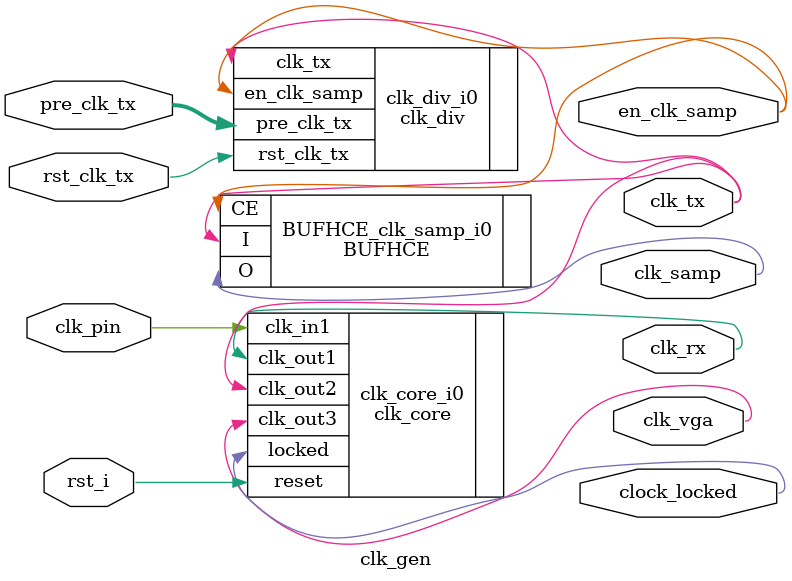
<source format=v>

`timescale 1ns/1ps


module clk_gen (
  input             clk_pin,         // Input clock pin - IBUFGDS is in core
  input             rst_i,           // Asynchronous input from IBUF

  input             rst_clk_tx,      // For clock divider
  
  input      [15:0] pre_clk_tx,      // Current divider

  output            clk_rx,          // Receive clock
  output            clk_tx,          // Transmit clock
  output            clk_samp,        // Sample clock
  output            clk_vga,
  output            en_clk_samp,     // Enable for clk_samp
  output            clock_locked     // Locked signal from MMCM
);

//***************************************************************************
// Function definitions
//***************************************************************************

//***************************************************************************
// Parameter definitions
//***************************************************************************

//***************************************************************************
// Reg declarations
//***************************************************************************

//***************************************************************************
// Wire declarations
//***************************************************************************
  
//***************************************************************************
// Code
//***************************************************************************

  // Instantiate the prescale divider
  // reg clk_nul;

  clk_div clk_div_i0 (
    .clk_tx          (clk_tx),
    .rst_clk_tx      (rst_clk_tx),
    .pre_clk_tx      (pre_clk_tx),
    .en_clk_samp     (en_clk_samp)
  );

  // Instantiate clk_core - generated by the Clocking Wizard

    clk_core clk_core_i0
     (
     // Clock in ports
      .clk_in1(clk_pin),      // input clk_in1
      // Clock out ports
      .clk_out1(clk_rx),     // output clk_out1
      .clk_out2(clk_tx),     // output clk_out2
      .clk_out3(clk_vga),
      // Status and control signals
      .reset(rst_i), // input reset
      .locked(clock_locked));      // output locked
  // Insert Clock Core here

  BUFHCE #(
   .INIT_OUT(0)  // Initial output value
  )
  BUFHCE_clk_samp_i0
  (
     .O        (clk_samp),   // 1-bit The output of the BUFH
     .CE       (en_clk_samp),// 1-bit Enables propagation of signal from I to O
     .I        (clk_tx)      // 1-bit The input to the BUFH
  ); // BUFHCE
  


endmodule

</source>
